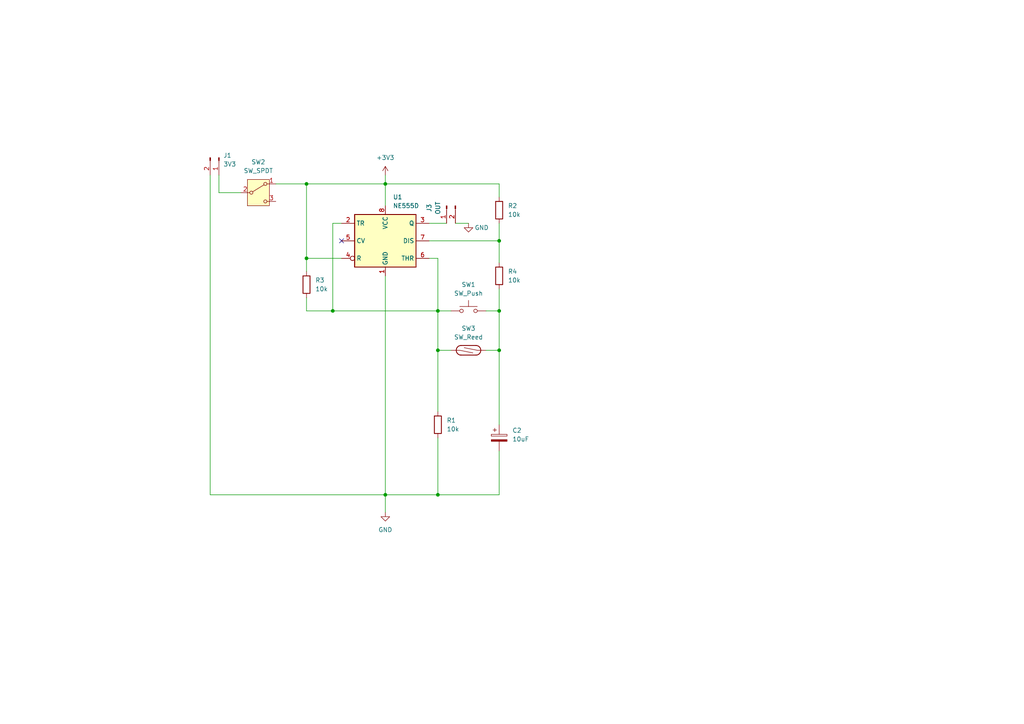
<source format=kicad_sch>
(kicad_sch (version 20231120) (generator "eeschema") (generator_version "8.0")
  (paper "A4")
  (lib_symbols
    (symbol "Connector:Conn_01x02_Pin" (pin_names (offset 1.016) hide)
      (property "Reference" "J" (at 0 2.54 0))
      (property "Value" "Conn_01x02_Pin" (at 0 -5.08 0))
      (symbol "Conn_01x02_Pin_1_1"
        (polyline (pts (xy 1.27 -2.54) (xy 0.8636 -2.54)) (stroke (width 0.1524)))
        (polyline (pts (xy 1.27 0) (xy 0.8636 0)) (stroke (width 0.1524)))
        (rectangle (start 0.8636 -2.413) (end 0 -2.667) (stroke (width 0.1524)) (fill (type outline)))
        (rectangle (start 0.8636 0.127) (end 0 -0.127) (stroke (width 0.1524)) (fill (type outline)))
        (pin passive line (at 5.08 0 180) (length 3.81) (name "Pin_1") (number "1"))
        (pin passive line (at 5.08 -2.54 180) (length 3.81) (name "Pin_2") (number "2"))
      )
    )
    (symbol "Device:C_Polarized" (pin_numbers hide) (pin_names (offset 0.254))
      (property "Reference" "C" (at 0.635 2.54 0))
      (property "Value" "C_Polarized" (at 0.635 -2.54 0))
      (symbol "C_Polarized_0_1"
        (rectangle (start -2.286 0.508) (end 2.286 1.016))
        (polyline (pts (xy -1.778 2.286) (xy -0.762 2.286)))
        (polyline (pts (xy -1.27 2.794) (xy -1.27 1.778)))
        (rectangle (start 2.286 -0.508) (end -2.286 -1.016) (fill (type outline)))
      )
      (symbol "C_Polarized_1_1"
        (pin passive line (at 0 3.81 270) (length 2.794) (name "~") (number "1"))
        (pin passive line (at 0 -3.81 90) (length 2.794) (name "~") (number "2"))
      )
    )
    (symbol "Device:R" (pin_numbers hide) (pin_names (offset 0))
      (property "Reference" "R" (at 2.032 0 90))
      (property "Value" "R" (at 0 0 90))
      (symbol "R_0_1"
        (rectangle (start -1.016 -2.54) (end 1.016 2.54) (stroke (width 0.254)))
      )
      (symbol "R_1_1"
        (pin passive line (at 0 3.81 270) (length 1.27) (name "~") (number "1"))
        (pin passive line (at 0 -3.81 90) (length 1.27) (name "~") (number "2"))
      )
    )
    (symbol "Switch:SW_Push" (pin_numbers hide) (pin_names (offset 1.016) hide)
      (property "Reference" "SW" (at 1.27 2.54 0))
      (property "Value" "SW_Push" (at 0 -1.524 0))
      (symbol "SW_Push_0_1"
        (circle (center -2.032 0) (radius 0.508))
        (polyline (pts (xy 0 1.27) (xy 0 3.048)))
        (polyline (pts (xy 2.54 1.27) (xy -2.54 1.27)))
        (circle (center 2.032 0) (radius 0.508))
        (pin passive line (at -5.08 0 0) (length 2.54) (name "1") (number "1"))
        (pin passive line (at 5.08 0 180) (length 2.54) (name "2") (number "2"))
      )
    )
    (symbol "Switch:SW_Reed" (pin_numbers hide) (pin_names (offset 0) hide)
      (property "Reference" "SW" (at 0 2.54 0))
      (property "Value" "SW_Reed" (at 0 -2.54 0))
      (symbol "SW_Reed_0_0"
        (arc (start -2.159 1.397) (mid -3.55 0) (end -2.159 -1.397) (stroke (width 0.254)))
        (polyline (pts (xy -2.54 0) (xy 1.27 0.762)))
        (polyline (pts (xy -2.159 -1.397) (xy 2.286 -1.397)) (stroke (width 0.254)))
        (polyline (pts (xy 2.159 1.397) (xy -2.159 1.397)) (stroke (width 0.254)))
        (polyline (pts (xy 2.54 0) (xy -1.27 -0.762)))
        (arc (start 2.159 -1.397) (mid 3.55 0) (end 2.159 1.397) (stroke (width 0.254)))
      )
      (symbol "SW_Reed_1_1"
        (pin passive line (at -5.08 0 0) (length 2.54) (name "1") (number "1"))
        (pin passive line (at 5.08 0 180) (length 2.54) (name "2") (number "2"))
      )
    )
    (symbol "Switch:SW_SPDT" (pin_names (offset 0) hide)
      (property "Reference" "SW" (at 0 5.08 0))
      (property "Value" "SW_SPDT" (at 0 -5.08 0))
      (symbol "SW_SPDT_0_1"
        (circle (center -2.032 0) (radius 0.4572))
        (polyline (pts (xy -1.651 0.254) (xy 1.651 2.286)))
        (circle (center 2.032 -2.54) (radius 0.4572))
        (circle (center 2.032 2.54) (radius 0.4572))
      )
      (symbol "SW_SPDT_1_1"
        (rectangle (start -3.175 3.81) (end 3.175 -3.81) (fill (type background)))
        (pin passive line (at 5.08 2.54 180) (length 2.54) (name "A") (number "1"))
        (pin passive line (at -5.08 0 0) (length 2.54) (name "B") (number "2"))
        (pin passive line (at 5.08 -2.54 180) (length 2.54) (name "C") (number "3"))
      )
    )
    (symbol "Timer:NE555D"
      (property "Reference" "U" (at -10.16 8.89 0))
      (property "Value" "NE555D" (at 2.54 8.89 0))
      (symbol "NE555D_0_0"
        (pin power_in line (at 0 -10.16 90) (length 2.54) (name "GND") (number "1"))
        (pin power_in line (at 0 10.16 270) (length 2.54) (name "VCC") (number "8"))
      )
      (symbol "NE555D_0_1"
        (rectangle (start -8.89 -7.62) (end 8.89 7.62) (stroke (width 0.254)) (fill (type background)))
        (rectangle (start -8.89 -7.62) (end 8.89 7.62) (stroke (width 0.254)) (fill (type background)))
      )
      (symbol "NE555D_1_1"
        (pin input line (at -12.7 5.08 0) (length 3.81) (name "TR") (number "2"))
        (pin output line (at 12.7 5.08 180) (length 3.81) (name "Q") (number "3"))
        (pin input inverted (at -12.7 -5.08 0) (length 3.81) (name "R") (number "4"))
        (pin input line (at -12.7 0 0) (length 3.81) (name "CV") (number "5"))
        (pin input line (at 12.7 -5.08 180) (length 3.81) (name "THR") (number "6"))
        (pin input line (at 12.7 0 180) (length 3.81) (name "DIS") (number "7"))
      )
    )
    (symbol "power:+3V3" (power) (pin_names (offset 0))
      (property "Value" "+3V3" (at 0 3.556 0))
      (symbol "+3V3_0_1"
        (polyline (pts (xy -0.762 1.27) (xy 0 2.54)))
        (polyline (pts (xy 0 0) (xy 0 2.54)))
        (polyline (pts (xy 0 2.54) (xy 0.762 1.27)))
      )
      (symbol "+3V3_1_1"
        (pin power_in line (at 0 0 90) (length 0) hide (name "+3V3") (number "1"))
      )
    )
    (symbol "power:GND" (power) (pin_names (offset 0))
      (property "Value" "GND" (at 0 -3.81 0))
      (symbol "GND_0_1"
        (polyline (pts (xy 0 0) (xy 0 -1.27) (xy 1.27 -1.27) (xy 0 -2.54) (xy -1.27 -1.27) (xy 0 -1.27)))
      )
      (symbol "GND_1_1"
        (pin power_in line (at 0 0 270) (length 0) hide (name "GND") (number "1"))
      )
    )
  )
  (junction (at 144.78 101.6))
  (junction (at 111.76 143.51))
  (junction (at 127 101.6))
  (junction (at 144.78 90.17))
  (junction (at 88.9 74.93))
  (junction (at 127 90.17))
  (junction (at 88.9 53.34))
  (junction (at 111.76 53.34))
  (junction (at 96.52 90.17))
  (junction (at 127 143.51))
  (junction (at 144.78 69.85))
  (no_connect (at 99.06 69.85))
  (wire (pts (xy 88.9 74.93) (xy 88.9 78.74)))
  (wire (pts (xy 140.97 101.6) (xy 144.78 101.6)))
  (wire (pts (xy 144.78 130.81) (xy 144.78 143.51)))
  (wire (pts (xy 127 143.51) (xy 144.78 143.51)))
  (wire (pts (xy 60.96 143.51) (xy 60.96 50.8)))
  (wire (pts (xy 111.76 80.01) (xy 111.76 143.51)))
  (wire (pts (xy 111.76 143.51) (xy 111.76 148.59)))
  (wire (pts (xy 144.78 101.6) (xy 144.78 123.19)))
  (wire (pts (xy 144.78 64.77) (xy 144.78 69.85)))
  (wire (pts (xy 144.78 53.34) (xy 144.78 57.15)))
  (wire (pts (xy 111.76 143.51) (xy 127 143.51)))
  (wire (pts (xy 127 127) (xy 127 143.51)))
  (wire (pts (xy 132.08 64.77) (xy 135.89 64.77)))
  (wire (pts (xy 111.76 53.34) (xy 144.78 53.34)))
  (wire (pts (xy 88.9 86.36) (xy 88.9 90.17)))
  (wire (pts (xy 127 74.93) (xy 124.46 74.93)))
  (wire (pts (xy 63.5 50.8) (xy 63.5 55.88)))
  (wire (pts (xy 127 74.93) (xy 127 90.17)))
  (wire (pts (xy 88.9 74.93) (xy 99.06 74.93)))
  (wire (pts (xy 127 90.17) (xy 130.81 90.17)))
  (wire (pts (xy 127 90.17) (xy 127 101.6)))
  (wire (pts (xy 69.85 55.88) (xy 63.5 55.88)))
  (wire (pts (xy 124.46 69.85) (xy 144.78 69.85)))
  (wire (pts (xy 144.78 69.85) (xy 144.78 76.2)))
  (wire (pts (xy 88.9 90.17) (xy 96.52 90.17)))
  (wire (pts (xy 80.01 53.34) (xy 88.9 53.34)))
  (wire (pts (xy 140.97 90.17) (xy 144.78 90.17)))
  (wire (pts (xy 144.78 90.17) (xy 144.78 101.6)))
  (wire (pts (xy 111.76 53.34) (xy 111.76 59.69)))
  (wire (pts (xy 96.52 64.77) (xy 96.52 90.17)))
  (wire (pts (xy 111.76 50.8) (xy 111.76 53.34)))
  (wire (pts (xy 60.96 143.51) (xy 111.76 143.51)))
  (wire (pts (xy 127 101.6) (xy 130.81 101.6)))
  (wire (pts (xy 96.52 64.77) (xy 99.06 64.77)))
  (wire (pts (xy 88.9 53.34) (xy 111.76 53.34)))
  (wire (pts (xy 124.46 64.77) (xy 129.54 64.77)))
  (wire (pts (xy 96.52 90.17) (xy 127 90.17)))
  (wire (pts (xy 88.9 53.34) (xy 88.9 74.93)))
  (wire (pts (xy 127 101.6) (xy 127 119.38)))
  (wire (pts (xy 144.78 83.82) (xy 144.78 90.17)))
  (symbol (lib_id "power:GND") (at 111.76 148.59 0) (unit 1)
    (property "Reference" "#PWR01" (effects (hide yes)))
    (property "Value" "GND" (at 111.76 153.67 0))
  )
  (symbol (lib_id "power:GND") (at 135.89 64.77 0) (unit 1)
    (property "Reference" "#PWR03" (effects (hide yes)))
    (property "Value" "GND" (at 139.7 66.04 0))
  )
  (symbol (lib_id "Timer:NE555D") (at 111.76 69.85 0) (unit 1)
    (property "Reference" "U1" (at 113.9541 57.15 0) (effects (justify left)))
    (property "Value" "NE555D" (at 113.9541 59.69 0) (effects (justify left)))
    (property "Footprint" "Package_DIP:DIP-8_W7.62mm" (effects (hide yes)))
    (property "Datasheet" "http://www.ti.com/lit/ds/symlink/ne555.pdf" (effects (hide yes)))
  )
  (symbol (lib_id "Switch:SW_SPDT") (at 74.93 55.88 0) (unit 1)
    (property "Reference" "SW2" (at 74.93 46.99 0))
    (property "Value" "SW_SPDT" (at 74.93 49.53 0))
    (property "Footprint" "Connector_PinHeader_2.54mm:PinHeader_1x03_P2.54mm_Vertical" (effects (hide yes)))
  )
  (symbol (lib_id "Device:R") (at 127 123.19 0) (unit 1)
    (property "Reference" "R1" (at 129.54 121.92 0) (effects (justify left)))
    (property "Value" "10k" (at 129.54 124.46 0) (effects (justify left)))
    (property "Footprint" "Resistor_THT:R_Axial_DIN0204_L3.6mm_D1.6mm_P2.54mm_Vertical" (effects (hide yes)))
  )
  (symbol (lib_id "power:+3V3") (at 111.76 50.8 0) (unit 1)
    (property "Reference" "#PWR02" (effects (hide yes)))
    (property "Value" "+3V3" (at 111.76 45.72 0))
  )
  (symbol (lib_id "Device:R") (at 144.78 60.96 0) (unit 1)
    (property "Reference" "R2" (at 147.32 59.69 0) (effects (justify left)))
    (property "Value" "10k" (at 147.32 62.23 0) (effects (justify left)))
    (property "Footprint" "Resistor_THT:R_Axial_DIN0204_L3.6mm_D1.6mm_P2.54mm_Vertical" (effects (hide yes)))
  )
  (symbol (lib_id "Device:C_Polarized") (at 144.78 127 0) (unit 1)
    (property "Reference" "C2" (at 148.59 124.841 0) (effects (justify left)))
    (property "Value" "10uF" (at 148.59 127.381 0) (effects (justify left)))
    (property "Footprint" "Capacitor_THT:CP_Radial_D5.0mm_P2.50mm" (effects (hide yes)))
  )
  (symbol (lib_id "Device:R") (at 144.78 80.01 0) (unit 1)
    (property "Reference" "R4" (at 147.32 78.74 0) (effects (justify left)))
    (property "Value" "10k" (at 147.32 81.28 0) (effects (justify left)))
    (property "Footprint" "Resistor_THT:R_Axial_DIN0204_L3.6mm_D1.6mm_P2.54mm_Vertical" (effects (hide yes)))
  )
  (symbol (lib_id "Connector:Conn_01x02_Pin") (at 129.54 59.69 90) (mirror x) (unit 1)
    (property "Reference" "J3" (at 124.46 60.325 0))
    (property "Value" "OUT" (at 127 60.325 0))
    (property "Footprint" "Connector_PinHeader_2.54mm:PinHeader_1x02_P2.54mm_Vertical" (effects (hide yes)))
  )
  (symbol (lib_id "Device:R") (at 88.9 82.55 0) (unit 1)
    (property "Reference" "R3" (at 91.44 81.28 0) (effects (justify left)))
    (property "Value" "10k" (at 91.44 83.82 0) (effects (justify left)))
    (property "Footprint" "Resistor_THT:R_Axial_DIN0204_L3.6mm_D1.6mm_P2.54mm_Vertical" (effects (hide yes)))
  )
  (symbol (lib_id "Switch:SW_Reed") (at 135.89 101.6 0) (mirror y) (unit 1)
    (property "Reference" "SW3" (at 135.89 95.25 0))
    (property "Value" "SW_Reed" (at 135.89 97.79 0))
    (property "Footprint" "Connector_PinHeader_2.54mm:PinHeader_1x02_P2.54mm_Vertical" (effects (hide yes)))
  )
  (symbol (lib_id "Switch:SW_Push") (at 135.89 90.17 0) (unit 1)
    (property "Reference" "SW1" (at 135.89 82.55 0))
    (property "Value" "SW_Push" (at 135.89 85.09 0))
    (property "Footprint" "Button_Switch_THT:SW_PUSH_6mm" (effects (hide yes)))
  )
  (symbol (lib_id "Connector:Conn_01x02_Pin") (at 63.5 45.72 270) (unit 1)
    (property "Reference" "J1" (at 64.77 45.085 90) (effects (justify left)))
    (property "Value" "3V3" (at 64.77 47.625 90) (effects (justify left)))
    (property "Footprint" "Connector_PinHeader_2.54mm:PinHeader_1x02_P2.54mm_Vertical" (effects (hide yes)))
  )
)
</source>
